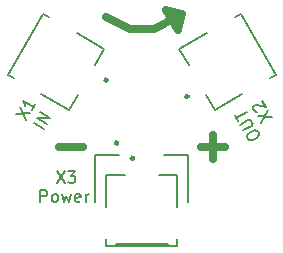
<source format=gbr>
%TF.GenerationSoftware,KiCad,Pcbnew,6.0.7-f9a2dced07~116~ubuntu20.04.1*%
%TF.CreationDate,2022-09-10T14:11:32+02:00*%
%TF.ProjectId,MateLightScrewCap,4d617465-4c69-4676-9874-536372657743,rev?*%
%TF.SameCoordinates,Original*%
%TF.FileFunction,Legend,Top*%
%TF.FilePolarity,Positive*%
%FSLAX46Y46*%
G04 Gerber Fmt 4.6, Leading zero omitted, Abs format (unit mm)*
G04 Created by KiCad (PCBNEW 6.0.7-f9a2dced07~116~ubuntu20.04.1) date 2022-09-10 14:11:32*
%MOMM*%
%LPD*%
G01*
G04 APERTURE LIST*
%ADD10C,0.700000*%
%ADD11C,0.150000*%
%ADD12C,0.127000*%
%ADD13C,0.300000*%
G04 APERTURE END LIST*
D10*
X3068087Y6880375D02*
X3434113Y8246400D01*
X2068087Y8612425D02*
X3068087Y6880375D01*
X3434113Y8246400D02*
X2068087Y8612425D01*
X-7000000Y-3000000D02*
X-5000000Y-3000000D01*
X6000000Y-4000000D02*
X6000000Y-1999999D01*
X-3000000Y8000000D02*
X-1000000Y7000000D01*
X3000000Y8000000D02*
X1000000Y7000000D01*
X5000000Y-3000000D02*
X7000000Y-3000000D01*
X-1000000Y7000000D02*
X1000000Y7000000D01*
D11*
%TO.C,X3*%
X-7211295Y-5051182D02*
X-6543169Y-6053371D01*
X-6543169Y-5051182D02*
X-7211295Y-6053371D01*
X-6256830Y-5051182D02*
X-5636427Y-5051182D01*
X-5970490Y-5432968D01*
X-5827320Y-5432968D01*
X-5731874Y-5480691D01*
X-5684150Y-5528415D01*
X-5636427Y-5623861D01*
X-5636427Y-5862478D01*
X-5684150Y-5957924D01*
X-5731874Y-6005647D01*
X-5827320Y-6053371D01*
X-6113660Y-6053371D01*
X-6209106Y-6005647D01*
X-6256830Y-5957924D01*
X-8583255Y-7653998D02*
X-8583255Y-6650423D01*
X-8200941Y-6650423D01*
X-8105362Y-6698212D01*
X-8057573Y-6746001D01*
X-8009783Y-6841580D01*
X-8009783Y-6984948D01*
X-8057573Y-7080526D01*
X-8105362Y-7128316D01*
X-8200941Y-7176105D01*
X-8583255Y-7176105D01*
X-7436312Y-7653998D02*
X-7531891Y-7606208D01*
X-7579680Y-7558419D01*
X-7627469Y-7462841D01*
X-7627469Y-7176105D01*
X-7579680Y-7080526D01*
X-7531891Y-7032737D01*
X-7436312Y-6984948D01*
X-7292944Y-6984948D01*
X-7197366Y-7032737D01*
X-7149576Y-7080526D01*
X-7101787Y-7176105D01*
X-7101787Y-7462841D01*
X-7149576Y-7558419D01*
X-7197366Y-7606208D01*
X-7292944Y-7653998D01*
X-7436312Y-7653998D01*
X-6767262Y-6984948D02*
X-6576105Y-7653998D01*
X-6384948Y-7176105D01*
X-6193791Y-7653998D01*
X-6002633Y-6984948D01*
X-5238005Y-7606208D02*
X-5333583Y-7653998D01*
X-5524741Y-7653998D01*
X-5620319Y-7606208D01*
X-5668108Y-7510630D01*
X-5668108Y-7128316D01*
X-5620319Y-7032737D01*
X-5524741Y-6984948D01*
X-5333583Y-6984948D01*
X-5238005Y-7032737D01*
X-5190216Y-7128316D01*
X-5190216Y-7223894D01*
X-5668108Y-7319473D01*
X-4760112Y-7653998D02*
X-4760112Y-6984948D01*
X-4760112Y-7176105D02*
X-4712323Y-7080526D01*
X-4664533Y-7032737D01*
X-4568955Y-6984948D01*
X-4473376Y-6984948D01*
%TO.C,X1*%
X-10679013Y-227258D02*
X-9479655Y-149908D01*
X-10345680Y350091D02*
X-9812988Y-727258D01*
X-9027274Y633638D02*
X-9312988Y138766D01*
X-9170131Y386202D02*
X-10036156Y886202D01*
X-9960057Y732295D01*
X-9925198Y602197D01*
X-9931578Y495909D01*
X-8270131Y-1479821D02*
X-9136156Y-979821D01*
X-8032036Y-1067428D02*
X-8898061Y-567428D01*
X-7746321Y-572557D01*
X-8612347Y-72557D01*
%TO.C,X2*%
X10130509Y-974877D02*
X10663201Y102472D01*
X9797176Y-397527D02*
X10996535Y-474877D01*
X9712988Y-61233D02*
X9647939Y-43803D01*
X9559081Y14865D01*
X9440033Y221062D01*
X9433653Y327350D01*
X9451083Y392399D01*
X9509752Y481257D01*
X9592231Y528876D01*
X9739758Y559065D01*
X10520344Y349908D01*
X10210821Y886019D01*
X9025747Y-2339834D02*
X8930509Y-2174877D01*
X8924130Y-2068589D01*
X8958989Y-1938491D01*
X9100137Y-1802014D01*
X9388812Y-1635347D01*
X9577579Y-1581349D01*
X9707676Y-1616208D01*
X9796535Y-1674877D01*
X9891773Y-1839834D01*
X9898153Y-1946123D01*
X9863293Y-2076220D01*
X9722145Y-2212698D01*
X9433470Y-2379364D01*
X9244704Y-2433363D01*
X9114606Y-2398504D01*
X9025747Y-2339834D01*
X8597176Y-1597527D02*
X9298244Y-1192765D01*
X9356913Y-1103907D01*
X9374343Y-1038858D01*
X9367963Y-932570D01*
X9272725Y-767612D01*
X9183867Y-708943D01*
X9118818Y-691514D01*
X9012530Y-697893D01*
X8311462Y-1102655D01*
X8144795Y-813980D02*
X7859081Y-319108D01*
X8867963Y-66544D02*
X8001938Y-566544D01*
D12*
%TO.C,X3*%
X-1900000Y-3650000D02*
X-3950000Y-3650000D01*
X3950000Y-3650000D02*
X1900000Y-3650000D01*
X-2200000Y-11250000D02*
X2200000Y-11250000D01*
X-3950000Y-3650000D02*
X-3950000Y-7650000D01*
X3950000Y-7650000D02*
X3950000Y-3650000D01*
D13*
X-2050000Y-2650000D02*
G75*
G03*
X-2050000Y-2650000I-100000J0D01*
G01*
D12*
%TO.C,X1*%
X-3176537Y5298076D02*
X-5514806Y6648076D01*
X-8372689Y8298076D02*
X-11372689Y3101924D01*
X-5401537Y1444263D02*
X-6176537Y101924D01*
X-11372689Y3101924D02*
X-10853074Y2801924D01*
X-7853074Y7998076D02*
X-8372689Y8298076D01*
X-3951537Y3955737D02*
X-3176537Y5298076D01*
X-6176537Y101924D02*
X-8514806Y1451924D01*
D13*
X-2920800Y2667820D02*
G75*
G03*
X-2920800Y2667820I-100000J0D01*
G01*
D12*
%TO.C,X2*%
X8372689Y8298076D02*
X7853074Y7998076D01*
X3951537Y3955737D02*
X3176537Y5298076D01*
X6176537Y101924D02*
X8514806Y1451924D01*
X11372689Y3101924D02*
X8372689Y8298076D01*
X10853074Y2801924D02*
X11372689Y3101924D01*
X5401537Y1444263D02*
X6176537Y101924D01*
X3176537Y5298076D02*
X5514806Y6648076D01*
D13*
X3920800Y1282180D02*
G75*
G03*
X3920800Y1282180I-100000J0D01*
G01*
D12*
%TO.C,X4*%
X-3000000Y-11400000D02*
X3000000Y-11400000D01*
X-1450000Y-5400000D02*
X-3000000Y-5400000D01*
X3000000Y-5400000D02*
X3000000Y-8100000D01*
X1450000Y-5400000D02*
X3000000Y-5400000D01*
X-3000000Y-10800000D02*
X-3000000Y-11400000D01*
X-3000000Y-5400000D02*
X-3000000Y-8100000D01*
X3000000Y-11400000D02*
X3000000Y-10800000D01*
D13*
X-700000Y-3950000D02*
G75*
G03*
X-700000Y-3950000I-100000J0D01*
G01*
%TD*%
M02*

</source>
